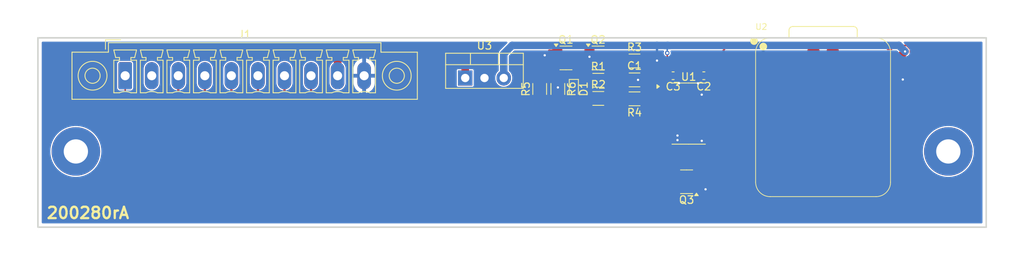
<source format=kicad_pcb>
(kicad_pcb (version 20240108) (generator "pcbnew") (generator_version "8.0")
  (layers (0 "F.Cu" signal) (31 "B.Cu" signal) (34 "B.Paste" user) (35 "F.Paste" user) (36 "B.SilkS" user "B.Silkscreen") (37 "F.SilkS" user "F.Silkscreen") (38 "B.Mask" user) (39 "F.Mask" user) (44 "Edge.Cuts" user))
  (net 0 "")
  (net 19 "Net-(Q2-C)")
  (net 20 "GND")
  (net 21 "Net-(D1-K)")
  (net 22 "Net-(D1-A)")
  (net 23 "/Relay3_")
  (net 24 "/EndStopClosed")
  (net 25 "/Relay2_")
  (net 26 "/EndStopOpen")
  (net 27 "/Return?")
  (net 28 "/WallButton")
  (net 29 "/Obstruction")
  (net 30 "/Relay1_Light")
  (net 31 "/PowerIn")
  (net 32 "Net-(Q1-C)")
  (net 33 "Net-(Q2-B)")
  (net 34 "+5V")
  (net 35 "/ObstructionObserved")
  (net 36 "+3V3")
  (net 37 "/EndStopClosed_3V")
  (net 38 "/Relay2__3V")
  (net 39 "/Relay1_Light_3V")
  (net 40 "/EndStopOpen_3V")
  (net 41 "/Relay3__3V")
  (net 42 "/ObstructionObserved_3V")
  (net 45 "/WallButtonSimulation")
  (footprint "Resistor_SMD:R_1206_3216Metric" (layer "F.Cu") (at 128.8625 80.6)
    (property "Reference" "R1" (at 0 -1.82 360) (layer "F.SilkS"))
    (property "Value" "2K")
    (fp_line (start -0.727064 -0.91) (end 0.727064 -0.91) (stroke (width 0.12)) (layer "F.SilkS"))
    (fp_line (start -0.727064 0.91) (end 0.727064 0.91) (stroke (width 0.12)) (layer "F.SilkS"))
    (pad "1" smd roundrect (at -1.4625 0) (size 1.125 1.75) (layers "F.Cu" "F.Paste" "F.Mask") (roundrect_rratio 0.222222) (net 32 "Net-(Q1-C)"))
    (pad "2" smd roundrect (at 1.4625 0) (size 1.125 1.75) (layers "F.Cu" "F.Paste" "F.Mask") (roundrect_rratio 0.222222) (net 33 "Net-(Q2-B)"))
  )
  (footprint "Connector_Phoenix_MC:PhoenixContact_MCV_1,5_10-GF-3.5_1x10_P3.50mm_Vertical_ThreadedFlange" (layer "F.Cu") (at 66.5 80)
    (property "Reference" "J1" (at 15.75 -5.45 0) (layer "F.SilkS"))
    (property "Value" "ScrewTerms")
    (fp_line (start -7.01 -3.11) (end -7.01 3.11) (stroke (width 0.12)) (layer "F.SilkS"))
    (fp_line (start -7.01 3.11) (end 38.51 3.11) (stroke (width 0.12)) (layer "F.SilkS"))
    (fp_line (start -2.6 -4.75) (end -0.6 -4.75) (stroke (width 0.12)) (layer "F.SilkS"))
    (fp_line (start -2.6 -3.5) (end -2.6 -4.75) (stroke (width 0.12)) (layer "F.SilkS"))
    (fp_line (start -2.21 -4.36) (end -2.21 -3.11) (stroke (width 0.12)) (layer "F.SilkS"))
    (fp_line (start -2.21 -3.11) (end -7.01 -3.11) (stroke (width 0.12)) (layer "F.SilkS"))
    (fp_line (start -1.5 -3.4) (end 1.5 -3.4) (stroke (width 0.12)) (layer "F.SilkS"))
    (fp_line (start -1.5 -2.05) (end -0.75 -2.05) (stroke (width 0.12)) (layer "F.SilkS"))
    (fp_line (start -1.5 2.25) (end -1.5 -2.05) (stroke (width 0.12)) (layer "F.SilkS"))
    (fp_line (start -1.25 -2.4) (end -1.5 -3.4) (stroke (width 0.12)) (layer "F.SilkS"))
    (fp_line (start -0.75 -2.4) (end -1.25 -2.4) (stroke (width 0.12)) (layer "F.SilkS"))
    (fp_line (start -0.75 -2.05) (end -0.75 -2.4) (stroke (width 0.12)) (layer "F.SilkS"))
    (fp_line (start -0.75 2.25) (end -1.5 2.25) (stroke (width 0.12)) (layer "F.SilkS"))
    (fp_line (start 0.75 -2.4) (end 0.75 -2.05) (stroke (width 0.12)) (layer "F.SilkS"))
    (fp_line (start 0.75 -2.05) (end 1.5 -2.05) (stroke (width 0.12)) (layer "F.SilkS"))
    (fp_line (start 1.25 -2.4) (end 0.75 -2.4) (stroke (width 0.12)) (layer "F.SilkS"))
    (fp_line (start 1.5 -3.4) (end 1.25 -2.4) (stroke (width 0.12)) (layer "F.SilkS"))
    (fp_line (start 1.5 -2.05) (end 1.5 2.25) (stroke (width 0.12)) (layer "F.SilkS"))
    (fp_line (start 1.5 2.25) (end 0.75 2.25) (stroke (width 0.12)) (layer "F.SilkS"))
    (fp_line (start 2 -3.4) (end 5 -3.4) (stroke (width 0.12)) (layer "F.SilkS"))
    (fp_line (start 2 -2.05) (end 2.75 -2.05) (stroke (width 0.12)) (layer "F.SilkS"))
    (fp_line (start 2 2.25) (end 2 -2.05) (stroke (width 0.12)) (layer "F.SilkS"))
    (fp_line (start 2.25 -2.4) (end 2 -3.4) (stroke (width 0.12)) (layer "F.SilkS"))
    (fp_line (start 2.75 -2.4) (end 2.25 -2.4) (stroke (width 0.12)) (layer "F.SilkS"))
    (fp_line (start 2.75 -2.05) (end 2.75 -2.4) (stroke (width 0.12)) (layer "F.SilkS"))
    (fp_line (start 2.75 2.25) (end 2 2.25) (stroke (width 0.12)) (layer "F.SilkS"))
    (fp_line (start 4.25 -2.4) (end 4.25 -2.05) (stroke (width 0.12)) (layer "F.SilkS"))
    (fp_line (start 4.25 -2.05) (end 5 -2.05) (stroke (width 0.12)) (layer "F.SilkS"))
    (fp_line (start 4.75 -2.4) (end 4.25 -2.4) (stroke (width 0.12)) (layer "F.SilkS"))
    (fp_line (start 5 -3.4) (end 4.75 -2.4) (stroke (width 0.12)) (layer "F.SilkS"))
    (fp_line (start 5 -2.05) (end 5 2.25) (stroke (width 0.12)) (layer "F.SilkS"))
    (fp_line (start 5 2.25) (end 4.25 2.25) (stroke (width 0.12)) (layer "F.SilkS"))
    (fp_line (start 5.5 -3.4) (end 8.5 -3.4) (stroke (width 0.12)) (layer "F.SilkS"))
    (fp_line (start 5.5 -2.05) (end 6.25 -2.05) (stroke (width 0.12)) (layer "F.SilkS"))
    (fp_line (start 5.5 2.25) (end 5.5 -2.05) (stroke (width 0.12)) (layer "F.SilkS"))
    (fp_line (start 5.75 -2.4) (end 5.5 -3.4) (stroke (width 0.12)) (layer "F.SilkS"))
    (fp_line (start 6.25 -2.4) (end 5.75 -2.4) (stroke (width 0.12)) (layer "F.SilkS"))
    (fp_line (start 6.25 -2.05) (end 6.25 -2.4) (stroke (width 0.12)) (layer "F.SilkS"))
    (fp_line (start 6.25 2.25) (end 5.5 2.25) (stroke (width 0.12)) (layer "F.SilkS"))
    (fp_line (start 7.75 -2.4) (end 7.75 -2.05) (stroke (width 0.12)) (layer "F.SilkS"))
    (fp_line (start 7.75 -2.05) (end 8.5 -2.05) (stroke (width 0.12)) (layer "F.SilkS"))
    (fp_line (start 8.25 -2.4) (end 7.75 -2.4) (stroke (width 0.12)) (layer "F.SilkS"))
    (fp_line (start 8.5 -3.4) (end 8.25 -2.4) (stroke (width 0.12)) (layer "F.SilkS"))
    (fp_line (start 8.5 -2.05) (end 8.5 2.25) (stroke (width 0.12)) (layer "F.SilkS"))
    (fp_line (start 8.5 2.25) (end 7.75 2.25) (stroke (width 0.12)) (layer "F.SilkS"))
    (fp_line (start 9 -3.4) (end 12 -3.4) (stroke (width 0.12)) (layer "F.SilkS"))
    (fp_line (start 9 -2.05) (end 9.75 -2.05) (stroke (width 0.12)) (layer "F.SilkS"))
    (fp_line (start 9 2.25) (end 9 -2.05) (stroke (width 0.12)) (layer "F.SilkS"))
    (fp_line (start 9.25 -2.4) (end 9 -3.4) (stroke (width 0.12)) (layer "F.SilkS"))
    (fp_line (start 9.75 -2.4) (end 9.25 -2.4) (stroke (width 0.12)) (layer "F.SilkS"))
    (fp_line (start 9.75 -2.05) (end 9.75 -2.4) (stroke (width 0.12)) (layer "F.SilkS"))
    (fp_line (start 9.75 2.25) (end 9 2.25) (stroke (width 0.12)) (layer "F.SilkS"))
    (fp_line (start 11.25 -2.4) (end 11.25 -2.05) (stroke (width 0.12)) (layer "F.SilkS"))
    (fp_line (start 11.25 -2.05) (end 12 -2.05) (stroke (width 0.12)) (layer "F.SilkS"))
    (fp_line (start 11.75 -2.4) (end 11.25 -2.4) (stroke (width 0.12)) (layer "F.SilkS"))
    (fp_line (start 12 -3.4) (end 11.75 -2.4) (stroke (width 0.12)) (layer "F.SilkS"))
    (fp_line (start 12 -2.05) (end 12 2.25) (stroke (width 0.12)) (layer "F.SilkS"))
    (fp_line (start 12 2.25) (end 11.25 2.25) (stroke (width 0.12)) (layer "F.SilkS"))
    (fp_line (start 12.5 -3.4) (end 15.5 -3.4) (stroke (width 0.12)) (layer "F.SilkS"))
    (fp_line (start 12.5 -2.05) (end 13.25 -2.05) (stroke (width 0.12)) (layer "F.SilkS"))
    (fp_line (start 12.5 2.25) (end 12.5 -2.05) (stroke (width 0.12)) (layer "F.SilkS"))
    (fp_line (start 12.75 -2.4) (end 12.5 -3.4) (stroke (width 0.12)) (layer "F.SilkS"))
    (fp_line (start 13.25 -2.4) (end 12.75 -2.4) (stroke (width 0.12)) (layer "F.SilkS"))
    (fp_line (start 13.25 -2.05) (end 13.25 -2.4) (stroke (width 0.12)) (layer "F.SilkS"))
    (fp_line (start 13.25 2.25) (end 12.5 2.25) (stroke (width 0.12)) (layer "F.SilkS"))
    (fp_line (start 14.75 -2.4) (end 14.75 -2.05) (stroke (width 0.12)) (layer "F.SilkS"))
    (fp_line (start 14.75 -2.05) (end 15.5 -2.05) (stroke (width 0.12)) (layer "F.SilkS"))
    (fp_line (start 15.25 -2.4) (end 14.75 -2.4) (stroke (width 0.12)) (layer "F.SilkS"))
    (fp_line (start 15.5 -3.4) (end 15.25 -2.4) (stroke (width 0.12)) (layer "F.SilkS"))
    (fp_line (start 15.5 -2.05) (end 15.5 2.25) (stroke (width 0.12)) (layer "F.SilkS"))
    (fp_line (start 15.5 2.25) (end 14.75 2.25) (stroke (width 0.12)) (layer "F.SilkS"))
    (fp_line (start 16 -3.4) (end 19 -3.4) (stroke (width 0.12)) (layer "F.SilkS"))
    (fp_line (start 16 -2.05) (end 16.75 -2.05) (stroke (width 0.12)) (layer "F.SilkS"))
    (fp_line (start 16 2.25) (end 16 -2.05) (stroke (width 0.12)) (layer "F.SilkS"))
    (fp_line (start 16.25 -2.4) (end 16 -3.4) (stroke (width 0.12)) (layer "F.SilkS"))
    (fp_line (start 16.75 -2.4) (end 16.25 -2.4) (stroke (width 0.12)) (layer "F.SilkS"))
    (fp_line (start 16.75 -2.05) (end 16.75 -2.4) (stroke (width 0.12)) (layer "F.SilkS"))
    (fp_line (start 16.75 2.25) (end 16 2.25) (stroke (width 0.12)) (layer "F.SilkS"))
    (fp_line (start 18.25 -2.4) (end 18.25 -2.05) (stroke (width 0.12)) (layer "F.SilkS"))
    (fp_line (start 18.25 -2.05) (end 19 -2.05) (stroke (width 0.12)) (layer "F.SilkS"))
    (fp_line (start 18.75 -2.4) (end 18.25 -2.4) (stroke (width 0.12)) (layer "F.SilkS"))
    (fp_line (start 19 -3.4) (end 18.75 -2.4) (stroke (width 0.12)) (layer "F.SilkS"))
    (fp_line (start 19 -2.05) (end 19 2.25) (stroke (width 0.12)) (layer "F.SilkS"))
    (fp_line (start 19 2.25) (end 18.25 2.25) (stroke (width 0.12)) (layer "F.SilkS"))
    (fp_line (start 19.5 -3.4) (end 22.5 -3.4) (stroke (width 0.12)) (layer "F.SilkS"))
    (fp_line (start 19.5 -2.05) (end 20.25 -2.05) (stroke (width 0.12)) (layer "F.SilkS"))
    (fp_line (start 19.5 2.25) (end 19.5 -2.05) (stroke (width 0.12)) (layer "F.SilkS"))
    (fp_line (start 19.75 -2.4) (end 19.5 -3.4) (stroke (width 0.12)) (layer "F.SilkS"))
    (fp_line (start 20.25 -2.4) (end 19.75 -2.4) (stroke (width 0.12)) (layer "F.SilkS"))
    (fp_line (start 20.25 -2.05) (end 20.25 -2.4) (stroke (width 0.12)) (layer "F.SilkS"))
    (fp_line (start 20.25 2.25) (end 19.5 2.25) (stroke (width 0.12)) (layer "F.SilkS"))
    (fp_line (start 21.75 -2.4) (end 21.75 -2.05) (stroke (width 0.12)) (layer "F.SilkS"))
    (fp_line (start 21.75 -2.05) (end 22.5 -2.05) (stroke (width 0.12)) (layer "F.SilkS"))
    (fp_line (start 22.25 -2.4) (end 21.75 -2.4) (stroke (width 0.12)) (layer "F.SilkS"))
    (fp_line (start 22.5 -3.4) (end 22.25 -2.4) (stroke (width 0.12)) (layer "F.SilkS"))
    (fp_line (start 22.5 -2.05) (end 22.5 2.25) (stroke (width 0.12)) (layer "F.SilkS"))
    (fp_line (start 22.5 2.25) (end 21.75 2.25) (stroke (width 0.12)) (layer "F.SilkS"))
    (fp_line (start 23 -3.4) (end 26 -3.4) (stroke (width 0.12)) (layer "F.SilkS"))
    (fp_line (start 23 -2.05) (end 23.75 -2.05) (stroke (width 0.12)) (layer "F.SilkS"))
    (fp_line (start 23 2.25) (end 23 -2.05) (stroke (width 0.12)) (layer "F.SilkS"))
    (fp_line (start 23.25 -2.4) (end 23 -3.4) (stroke (width 0.12)) (layer "F.SilkS"))
    (fp_line (start 23.75 -2.4) (end 23.25 -2.4) (stroke (width 0.12)) (layer "F.SilkS"))
    (fp_line (start 23.75 -2.05) (end 23.75 -2.4) (stroke (width 0.12)) (layer "F.SilkS"))
    (fp_line (start 23.75 2.25) (end 23 2.25) (stroke (width 0.12)) (layer "F.SilkS"))
    (fp_line (start 25.25 -2.4) (end 25.25 -2.05) (stroke (width 0.12)) (layer "F.SilkS"))
    (fp_line (start 25.25 -2.05) (end 26 -2.05) (stroke (width 0.12)) (layer "F.SilkS"))
    (fp_line (start 25.75 -2.4) (end 25.25 -2.4) (stroke (width 0.12)) (layer "F.SilkS"))
    (fp_line (start 26 -3.4) (end 25.75 -2.4) (stroke (width 0.12)) (layer "F.SilkS"))
    (fp_line (start 26 -2.05) (end 26 2.25) (stroke (width 0.12)) (layer "F.SilkS"))
    (fp_line (start 26 2.25) (end 25.25 2.25) (stroke (width 0.12)) (layer "F.SilkS"))
    (fp_line (start 26.5 -3.4) (end 29.5 -3.4) (stroke (width 0.12)) (layer "F.SilkS"))
    (fp_line (start 26.5 -2.05) (end 27.25 -2.05) (stroke (width 0.12)) (layer "F.SilkS"))
    (fp_line (start 26.5 2.25) (end 26.5 -2.05) (stroke (width 0.12)) (layer "F.SilkS"))
    (fp_line (start 26.75 -2.4) (end 26.5 -3.4) (stroke (width 0.12)) (layer "F.SilkS"))
    (fp_line (start 27.25 -2.4) (end 26.75 -2.4) (stroke (width 0.12)) (layer "F.SilkS"))
    (fp_line (start 27.25 -2.05) (end 27.25 -2.4) (stroke (width 0.12)) (layer "F.SilkS"))
    (fp_line (start 27.25 2.25) (end 26.5 2.25) (stroke (width 0.12)) (layer "F.SilkS"))
    (fp_line (start 28.75 -2.4) (end 28.75 -2.05) (stroke (width 0.12)) (layer "F.SilkS"))
    (fp_line (start 28.75 -2.05) (end 29.5 -2.05) (stroke (width 0.12)) (layer "F.SilkS"))
    (fp_line (start 29.25 -2.4) (end 28.75 -2.4) (stroke (width 0.12)) (layer "F.SilkS"))
    (fp_line (start 29.5 -3.4) (end 29.25 -2.4) (stroke (width 0.12)) (layer "F.SilkS"))
    (fp_line (start 29.5 -2.05) (end 29.5 2.25) (stroke (width 0.12)) (layer "F.SilkS"))
    (fp_line (start 29.5 2.25) (end 28.75 2.25) (stroke (width 0.12)) (layer "F.SilkS"))
    (fp_line (start 30 -3.4) (end 33 -3.4) (stroke (width 0.12)) (layer "F.SilkS"))
    (fp_line (start 30 -2.05) (end 30.75 -2.05) (stroke (width 0.12)) (layer "F.SilkS"))
    (fp_line (start 30 2.25) (end 30 -2.05) (stroke (width 0.12)) (layer "F.SilkS"))
    (fp_line (start 30.25 -2.4) (end 30 -3.4) (stroke (width 0.12)) (layer "F.SilkS"))
    (fp_line (start 30.75 -2.4) (end 30.25 -2.4) (stroke (width 0.12)) (layer "F.SilkS"))
    (fp_line (start 30.75 -2.05) (end 30.75 -2.4) (stroke (width 0.12)) (layer "F.SilkS"))
    (fp_line (start 30.75 2.25) (end 30 2.25) (stroke (width 0.12)) (layer "F.SilkS"))
    (fp_line (start 32.25 -2.4) (end 32.25 -2.05) (stroke (width 0.12)) (layer "F.SilkS"))
    (fp_line (start 32.25 -2.05) (end 33 -2.05) (stroke (width 0.12)) (layer "F.SilkS"))
    (fp_line (start 32.75 -2.4) (end 32.25 -2.4) (stroke (width 0.12)) (layer "F.SilkS"))
    (fp_line (start 33 -3.4) (end 32.75 -2.4) (stroke (width 0.12)) (layer "F.SilkS"))
    (fp_line (start 33 -2.05) (end 33 2.25) (stroke (width 0.12)) (layer "F.SilkS"))
    (fp_line (start 33 2.25) (end 32.25 2.25) (stroke (width 0.12)) (layer "F.SilkS"))
    (fp_line (start 33.71 -4.36) (end -2.21 -4.36) (stroke (width 0.12)) (layer "F.SilkS"))
    (fp_line (start 33.71 -3.11) (end 33.71 -4.36) (stroke (width 0.12)) (layer "F.SilkS"))
    (fp_line (start 38.51 -3.11) (end 33.71 -3.11) (stroke (width 0.12)) (layer "F.SilkS"))
    (fp_line (start 38.51 3.11) (end 38.51 -3.11) (stroke (width 0.12)) (layer "F.SilkS"))
    (fp_arc (start -0.75 2.25) (mid -0.000193 2.09191) (end 0.749647 2.249844) (stroke (width 0.12)) (layer "F.SilkS"))
    (fp_arc (start 2.75 2.25) (mid 3.499807 2.09191) (end 4.249647 2.249844) (stroke (width 0.12)) (layer "F.SilkS"))
    (fp_arc (start 6.25 2.25) (mid 6.999807 2.09191) (end 7.749647 2.249844) (stroke (width 0.12)) (layer "F.SilkS"))
    (fp_arc (start 9.75 2.25) (mid 10.499807 2.09191) (end 11.249647 2.249844) (stroke (width 0.12)) (layer "F.SilkS"))
    (fp_arc (start 13.25 2.25) (mid 13.999807 2.09191) (end 14.749647 2.249844) (stroke (width 0.12)) (layer "F.SilkS"))
    (fp_arc (start 16.75 2.25) (mid 17.499807 2.09191) (end 18.249647 2.249844) (stroke (width 0.12)) (layer "F.SilkS"))
    (fp_arc (start 20.25 2.25) (mid 20.999807 2.09191) (end 21.749647 2.249844) (stroke (width 0.12)) (layer "F.SilkS"))
    (fp_arc (start 23.75 2.25) (mid 24.499807 2.09191) (end 25.249647 2.249844) (stroke (width 0.12)) (layer "F.SilkS"))
    (fp_arc (start 27.25 2.25) (mid 27.999807 2.09191) (end 28.749647 2.249844) (stroke (width 0.12)) (layer "F.SilkS"))
    (fp_arc (start 30.75 2.25) (mid 31.499807 2.09191) (end 32.249647 2.249844) (stroke (width 0.12)) (layer "F.SilkS"))
    (fp_circle (center -4.3 0) (end -3.3 0) (stroke (width 0.12)) (fill none) (layer "F.SilkS"))
    (fp_circle (center -4.3 0) (end -2.4 0) (stroke (width 0.12)) (fill none) (layer "F.SilkS"))
    (fp_circle (center 35.8 0) (end 36.8 0) (stroke (width 0.12)) (fill none) (layer "F.SilkS"))
    (fp_circle (center 35.8 0) (end 37.7 0) (stroke (width 0.12)) (fill none) (layer "F.SilkS"))
    (pad "1" thru_hole roundrect (at 0 0) (size 1.8 3.6) (drill 1.2) (layers "*.Cu" "*.Mask") (roundrect_rratio 0.138889) (net 28 "/WallButton"))
    (pad "2" thru_hole oval (at 3.5 0) (size 1.8 3.6) (drill 1.2) (layers "*.Cu" "*.Mask") (net 27 "/Return?"))
    (pad "3" thru_hole oval (at 7 0) (size 1.8 3.6) (drill 1.2) (layers "*.Cu" "*.Mask") (net 23 "/Relay3_"))
    (pad "4" thru_hole oval (at 10.5 0) (size 1.8 3.6) (drill 1.2) (layers "*.Cu" "*.Mask") (net 25 "/Relay2_"))
    (pad "5" thru_hole oval (at 14 0) (size 1.8 3.6) (drill 1.2) (layers "*.Cu" "*.Mask") (net 30 "/Relay1_Light"))
    (pad "6" thru_hole oval (at 17.5 0) (size 1.8 3.6) (drill 1.2) (layers "*.Cu" "*.Mask") (net 24 "/EndStopClosed"))
    (pad "7" thru_hole oval (at 21 0) (size 1.8 3.6) (drill 1.2) (layers "*.Cu" "*.Mask") (net 26 "/EndStopOpen"))
    (pad "8" thru_hole oval (at 24.5 0) (size 1.8 3.6) (drill 1.2) (layers "*.Cu" "*.Mask") (net 29 "/Obstruction"))
    (pad "9" thru_hole oval (at 28 0) (size 1.8 3.6) (drill 1.2) (layers "*.Cu" "*.Mask") (net 31 "/PowerIn"))
    (pad "10" thru_hole oval (at 31.5 0) (size 1.8 3.6) (drill 1.2) (layers "*.Cu" "*.Mask") (net 20 "GND"))
  )
  (footprint "Package_SO:TSSOP-24_4.4x7.8mm_P0.65mm" (layer "F.Cu") (at 140.775 85)
    (property "Reference" "U1" (at 0 -4.85 360) (layer "F.SilkS"))
    (property "Value" "SN74AVC8T245PW")
    (fp_line (start 0 -4.035) (end -2.2 -4.035) (stroke (width 0.12)) (layer "F.SilkS"))
    (fp_line (start 0 -4.035) (end 2.2 -4.035) (stroke (width 0.12)) (layer "F.SilkS"))
    (fp_line (start 0 4.035) (end -2.2 4.035) (stroke (width 0.12)) (layer "F.SilkS"))
    (fp_line (start 0 4.035) (end 2.2 4.035) (stroke (width 0.12)) (layer "F.SilkS"))
    (fp_poly (pts (xy -3.86 -3.575) (xy -4.19 -3.815) (xy -4.19 -3.335) (xy -3.86 -3.575)) (stroke (width 0.12)) (fill solid) (layer "F.SilkS"))
    (pad "1" smd roundrect (at -2.8625 -3.575) (size 1.475 0.4) (layers "F.Cu" "F.Paste" "F.Mask") (net 34 "+5V"))
    (pad "2" smd roundrect (at -2.8625 -2.925) (size 1.475 0.4) (layers "F.Cu" "F.Paste" "F.Mask") (net 34 "+5V"))
    (pad "3" smd roundrect (at -2.8625 -2.275) (size 1.475 0.4) (layers "F.Cu" "F.Paste" "F.Mask") (net 35 "/ObstructionObserved"))
    (pad "4" smd roundrect (at -2.8625 -1.625) (size 1.475 0.4) (layers "F.Cu" "F.Paste" "F.Mask") (net 26 "/EndStopOpen"))
    (pad "5" smd roundrect (at -2.8625 -0.975) (size 1.475 0.4) (layers "F.Cu" "F.Paste" "F.Mask") (net 24 "/EndStopClosed"))
    (pad "6" smd roundrect (at -2.8625 -0.325) (size 1.475 0.4) (layers "F.Cu" "F.Paste" "F.Mask") (net 30 "/Relay1_Light"))
    (pad "7" smd roundrect (at -2.8625 0.325) (size 1.475 0.4) (layers "F.Cu" "F.Paste" "F.Mask") (net 25 "/Relay2_"))
    (pad "8" smd roundrect (at -2.8625 0.975) (size 1.475 0.4) (layers "F.Cu" "F.Paste" "F.Mask") (net 23 "/Relay3_"))
    (pad "9" smd roundrect (at -2.8625 1.625) (size 1.475 0.4) (layers "F.Cu" "F.Paste" "F.Mask"))
    (pad "10" smd roundrect (at -2.8625 2.275) (size 1.475 0.4) (layers "F.Cu" "F.Paste" "F.Mask"))
    (pad "11" smd roundrect (at -2.8625 2.925) (size 1.475 0.4) (layers "F.Cu" "F.Paste" "F.Mask") (net 20 "GND"))
    (pad "12" smd roundrect (at -2.8625 3.575) (size 1.475 0.4) (layers "F.Cu" "F.Paste" "F.Mask") (net 20 "GND"))
    (pad "13" smd roundrect (at 2.8625 3.575) (size 1.475 0.4) (layers "F.Cu" "F.Paste" "F.Mask") (net 20 "GND"))
    (pad "14" smd roundrect (at 2.8625 2.925) (size 1.475 0.4) (layers "F.Cu" "F.Paste" "F.Mask"))
    (pad "15" smd roundrect (at 2.8625 2.275) (size 1.475 0.4) (layers "F.Cu" "F.Paste" "F.Mask"))
    (pad "16" smd roundrect (at 2.8625 1.625) (size 1.475 0.4) (layers "F.Cu" "F.Paste" "F.Mask") (net 41 "/Relay3__3V"))
    (pad "17" smd roundrect (at 2.8625 0.975) (size 1.475 0.4) (layers "F.Cu" "F.Paste" "F.Mask") (net 38 "/Relay2__3V"))
    (pad "18" smd roundrect (at 2.8625 0.325) (size 1.475 0.4) (layers "F.Cu" "F.Paste" "F.Mask") (net 39 "/Relay1_Light_3V"))
    (pad "19" smd roundrect (at 2.8625 -0.325) (size 1.475 0.4) (layers "F.Cu" "F.Paste" "F.Mask") (net 37 "/EndStopClosed_3V"))
    (pad "20" smd roundrect (at 2.8625 -0.975) (size 1.475 0.4) (layers "F.Cu" "F.Paste" "F.Mask") (net 40 "/EndStopOpen_3V"))
    (pad "21" smd roundrect (at 2.8625 -1.625) (size 1.475 0.4) (layers "F.Cu" "F.Paste" "F.Mask") (net 42 "/ObstructionObserved_3V"))
    (pad "22" smd roundrect (at 2.8625 -2.275) (size 1.475 0.4) (layers "F.Cu" "F.Paste" "F.Mask") (net 20 "GND"))
    (pad "23" smd roundrect (at 2.8625 -2.925) (size 1.475 0.4) (layers "F.Cu" "F.Paste" "F.Mask") (net 36 "+3V3"))
    (pad "24" smd roundrect (at 2.8625 -3.575) (size 1.475 0.4) (layers "F.Cu" "F.Paste" "F.Mask") (net 36 "+3V3"))
  )
  (footprint "Resistor_SMD:R_1206_3216Metric" (layer "F.Cu") (at 121.1375 81.75 90)
    (property "Reference" "R5" (at 0 -1.82 270) (layer "F.SilkS"))
    (property "Value" "10K")
    (fp_line (start -0.727064 -0.91) (end 0.727064 -0.91) (stroke (width 0.12)) (layer "F.SilkS"))
    (fp_line (start -0.727064 0.91) (end 0.727064 0.91) (stroke (width 0.12)) (layer "F.SilkS"))
    (pad "1" smd roundrect (at -1.4625 0 90) (size 1.125 1.75) (layers "F.Cu" "F.Paste" "F.Mask") (roundrect_rratio 0.222222) (net 22 "Net-(D1-A)"))
    (pad "2" smd roundrect (at 1.4625 0 90) (size 1.125 1.75) (layers "F.Cu" "F.Paste" "F.Mask") (roundrect_rratio 0.222222) (net 29 "/Obstruction"))
  )
  (footprint "Capacitor_SMD:C_1206_3216Metric" (layer "F.Cu") (at 133.6375 80.55)
    (property "Reference" "C1" (at 0 -1.85 360) (layer "F.SilkS"))
    (property "Value" "1uF")
    (fp_line (start -0.711252 -0.91) (end 0.711252 -0.91) (stroke (width 0.12)) (layer "F.SilkS"))
    (fp_line (start -0.711252 0.91) (end 0.711252 0.91) (stroke (width 0.12)) (layer "F.SilkS"))
    (pad "1" smd roundrect (at -1.475 0) (size 1.15 1.8) (layers "F.Cu" "F.Paste" "F.Mask") (roundrect_rratio 0.217391) (net 19 "Net-(Q2-C)"))
    (pad "2" smd roundrect (at 1.475 0) (size 1.15 1.8) (layers "F.Cu" "F.Paste" "F.Mask") (roundrect_rratio 0.217391) (net 20 "GND"))
  )
  (footprint "Resistor_SMD:R_1206_3216Metric" (layer "F.Cu") (at 133.6375 83.05 180)
    (property "Reference" "R4" (at 0 -1.82 180) (layer "F.SilkS"))
    (property "Value" "680R")
    (fp_line (start -0.727064 0.91) (end 0.727064 0.91) (stroke (width 0.12)) (layer "F.SilkS"))
    (fp_line (start -0.727064 -0.91) (end 0.727064 -0.91) (stroke (width 0.12)) (layer "F.SilkS"))
    (pad "1" smd roundrect (at -1.4625 0 180) (size 1.125 1.75) (layers "F.Cu" "F.Paste" "F.Mask") (roundrect_rratio 0.222222) (net 35 "/ObstructionObserved"))
    (pad "2" smd roundrect (at 1.4625 0 180) (size 1.125 1.75) (layers "F.Cu" "F.Paste" "F.Mask") (roundrect_rratio 0.222222) (net 19 "Net-(Q2-C)"))
  )
  (footprint "Capacitor_SMD:C_0603_1608Metric" (layer "F.Cu") (at 142.775 80 180)
    (property "Reference" "C2" (at 0 -1.43 180) (layer "F.SilkS"))
    (property "Value" "100nF")
    (fp_line (start -0.14058 0.51) (end 0.14058 0.51) (stroke (width 0.12)) (layer "F.SilkS"))
    (fp_line (start -0.14058 -0.51) (end 0.14058 -0.51) (stroke (width 0.12)) (layer "F.SilkS"))
    (pad "1" smd roundrect (at -0.775 0 180) (size 0.9 0.95) (layers "F.Cu" "F.Paste" "F.Mask") (net 36 "+3V3"))
    (pad "2" smd roundrect (at 0.775 0 180) (size 0.9 0.95) (layers "F.Cu" "F.Paste" "F.Mask") (net 20 "GND"))
  )
  (footprint "MountingHole:MountingHole_3.2mm_M3_Pad" (layer "F.Cu") (at 60 90)
    (property "Reference" "H1" (hide yes))
    (property "Value" "MountingHole_Pad" (hide yes))
    (pad "1" thru_hole circle (at 0 0) (size 6.4 6.4) (drill 3.2) (layers "*.Cu" "*.Mask"))
  )
  (footprint "Seeed Studio XIAO Series Library:XIAO-ESP32S3-SMD" (layer "F.Cu") (at 158.5 85.5)
    (property "Reference" "U2" (at -9 -11.5 360) (layer "F.SilkS") (effects (font (size 0.78232 0.78232) (thickness 0.10668)) (justify left bottom)))
    (property "Value" "XIAO-ESP32-S3-SMD")
    (fp_line (start -8.896364 8.56) (end -8.896364 -8.585) (stroke (width 0.1)) (layer "F.SilkS"))
    (fp_line (start -6.991364 10.465) (end 6.978636 10.465) (stroke (width 0.1)) (layer "F.SilkS"))
    (fp_line (start -4.501364 -10.49) (end -4.497636 -11.500272) (stroke (width 0.127)) (layer "F.SilkS"))
    (fp_line (start -3.997636 -12) (end 3.997636 -12) (stroke (width 0.127)) (layer "F.SilkS"))
    (fp_line (start 4.497636 -11.5) (end 4.497636 -10.49) (stroke (width 0.127)) (layer "F.SilkS"))
    (fp_line (start 6.978636 -10.49) (end -6.991364 -10.49) (stroke (width 0.1)) (layer "F.SilkS"))
    (fp_line (start 8.883636 8.56) (end 8.883636 -8.585) (stroke (width 0.1)) (layer "F.SilkS"))
    (fp_arc (start -8.896364 -8.589) (mid -8.338402 -9.936038) (end -6.991364 -10.494) (stroke (width 0.1)) (layer "F.SilkS"))
    (fp_arc (start -6.991364 10.465) (mid -8.338402 9.907038) (end -8.896364 8.56) (stroke (width 0.1)) (layer "F.SilkS"))
    (fp_arc (start -4.497636 -11.500272) (mid -4.351088 -11.853644) (end -3.997636 -12) (stroke (width 0.127)) (layer "F.SilkS"))
    (fp_arc (start 3.997636 -12) (mid 4.351186 -11.853551) (end 4.497636 -11.5) (stroke (width 0.127)) (layer "F.SilkS"))
    (fp_arc (start 6.978636 -10.49) (mid 8.325671 -9.932036) (end 8.883636 -8.585) (stroke (width 0.1)) (layer "F.SilkS"))
    (fp_arc (start 8.883636 8.56) (mid 8.325675 9.907041) (end 6.978636 10.465) (stroke (width 0.1)) (layer "F.SilkS"))
    (fp_circle (center -9.106364 -10.074) (end -9.106364 -10.328) (stroke (width 0.5)) (fill solid) (layer "F.SilkS"))
    (fp_circle (center -7.889364 -9.351) (end -7.889364 -9.605) (stroke (width 0.5)) (fill solid) (layer "F.SilkS"))
    (pad "1" smd roundrect (at -8.061364 -7.573) (size 2.75 2) (layers "F.Cu" "F.Paste" "F.Mask") (net 42 "/ObstructionObserved_3V"))
    (pad "2" smd roundrect (at -8.061364 -5.033) (size 2.75 2) (layers "F.Cu" "F.Paste" "F.Mask") (net 40 "/EndStopOpen_3V"))
    (pad "3" smd roundrect (at -8.061364 -2.493) (size 2.75 2) (layers "F.Cu" "F.Paste" "F.Mask") (net 37 "/EndStopClosed_3V"))
    (pad "4" smd roundrect (at -8.061364 0.047) (size 2.75 2) (layers "F.Cu" "F.Paste" "F.Mask") (net 39 "/Relay1_Light_3V"))
    (pad "5" smd roundrect (at -8.061364 2.587) (size 2.75 2) (layers "F.Cu" "F.Paste" "F.Mask") (net 38 "/Relay2__3V"))
    (pad "6" smd roundrect (at -8.061364 5.127) (size 2.75 2) (layers "F.Cu" "F.Paste" "F.Mask") (net 41 "/Relay3__3V"))
    (pad "7" smd roundrect (at -8.061364 7.667) (size 2.75 2) (layers "F.Cu" "F.Paste" "F.Mask") (net 45 "/WallButtonSimulation"))
    (pad "8" smd roundrect (at 8.103636 7.667) (size 2.75 2) (layers "F.Cu" "F.Paste" "F.Mask"))
    (pad "9" smd roundrect (at 8.103636 5.127) (size 2.75 2) (layers "F.Cu" "F.Paste" "F.Mask"))
    (pad "10" smd roundrect (at 8.103636 2.587) (size 2.75 2) (layers "F.Cu" "F.Paste" "F.Mask"))
    (pad "11" smd roundrect (at 8.103636 0.047) (size 2.75 2) (layers "F.Cu" "F.Paste" "F.Mask"))
    (pad "12" smd roundrect (at 8.103636 -2.493) (size 2.75 2) (layers "F.Cu" "F.Paste" "F.Mask") (net 36 "+3V3"))
    (pad "13" smd roundrect (at 8.103636 -5.033) (size 2.75 2) (layers "F.Cu" "F.Paste" "F.Mask") (net 20 "GND"))
    (pad "14" smd roundrect (at 8.103636 -7.573) (size 2.75 2) (layers "F.Cu" "F.Paste" "F.Mask") (net 34 "+5V"))
    (pad "15" smd roundrect (at -4.451364 -0.335 180) (size 2.5 1.1) (layers "F.Cu" "F.Paste" "F.Mask"))
    (pad "16" smd roundrect (at -4.451364 -2.24 180) (size 2.5 1.1) (layers "F.Cu" "F.Paste" "F.Mask"))
    (pad "17" smd circle (at -1.276364 -8.585) (size 1.7 1.7) (layers "F.Cu" "F.Paste" "F.Mask"))
    (pad "18" smd circle (at 1.263636 -8.585) (size 1.7 1.7) (layers "F.Cu" "F.Paste" "F.Mask"))
    (pad "19" smd circle (at -1.276364 -6.045) (size 1.7 1.7) (layers "F.Cu" "F.Paste" "F.Mask"))
    (pad "20" smd circle (at 1.263636 -6.045) (size 1.7 1.7) (layers "F.Cu" "F.Paste" "F.Mask"))
    (pad "21" smd circle (at -1.276364 -3.505) (size 1.7 1.7) (layers "F.Cu" "F.Paste" "F.Mask"))
    (pad "22" smd circle (at 1.263636 -3.505) (size 1.7 1.7) (layers "F.Cu" "F.Paste" "F.Mask"))
    (pad "23" smd circle (at -1.276364 -0.965) (size 1.7 1.7) (layers "F.Cu" "F.Paste" "F.Mask"))
    (pad "24" smd circle (at 1.263636 -0.965) (size 1.7 1.7) (layers "F.Cu" "F.Paste" "F.Mask"))
  )
  (footprint "Resistor_SMD:R_1206_3216Metric" (layer "F.Cu") (at 133.6375 78.05)
    (property "Reference" "R3" (at 0 -1.82 360) (layer "F.SilkS"))
    (property "Value" "100K")
    (fp_line (start -0.727064 -0.91) (end 0.727064 -0.91) (stroke (width 0.12)) (layer "F.SilkS"))
    (fp_line (start -0.727064 0.91) (end 0.727064 0.91) (stroke (width 0.12)) (layer "F.SilkS"))
    (pad "1" smd roundrect (at -1.4625 0) (size 1.125 1.75) (layers "F.Cu" "F.Paste" "F.Mask") (roundrect_rratio 0.222222) (net 19 "Net-(Q2-C)"))
    (pad "2" smd roundrect (at 1.4625 0) (size 1.125 1.75) (layers "F.Cu" "F.Paste" "F.Mask") (roundrect_rratio 0.222222) (net 34 "+5V"))
  )
  (footprint "Capacitor_SMD:C_0603_1608Metric" (layer "F.Cu") (at 138.725 80 180)
    (property "Reference" "C3" (at 0 -1.43 180) (layer "F.SilkS"))
    (property "Value" "100nF")
    (fp_line (start -0.14058 0.51) (end 0.14058 0.51) (stroke (width 0.12)) (layer "F.SilkS"))
    (fp_line (start -0.14058 -0.51) (end 0.14058 -0.51) (stroke (width 0.12)) (layer "F.SilkS"))
    (pad "1" smd roundrect (at -0.775 0 180) (size 0.9 0.95) (layers "F.Cu" "F.Paste" "F.Mask") (net 20 "GND"))
    (pad "2" smd roundrect (at 0.775 0 180) (size 0.9 0.95) (layers "F.Cu" "F.Paste" "F.Mask") (net 34 "+5V"))
  )
  (footprint "Diode_SMD:D_SOD-523" (layer "F.Cu") (at 125.6375 81.75 -90)
    (property "Reference" "D1" (at 0 -1.3 90) (layer "F.SilkS"))
    (property "Value" "1N4148")
    (fp_line (start 0.7 0.6) (end -1.26 0.6) (stroke (width 0.12)) (layer "F.SilkS"))
    (fp_line (start -1.26 -0.6) (end -1.26 0.6) (stroke (width 0.12)) (layer "F.SilkS"))
    (fp_line (start 0.7 -0.6) (end -1.26 -0.6) (stroke (width 0.12)) (layer "F.SilkS"))
    (pad "1" smd roundrect (at -0.7 0 90) (size 0.6 0.7) (layers "F.Cu" "F.Paste" "F.Mask") (net 21 "Net-(D1-K)"))
    (pad "2" smd roundrect (at 0.7 0 90) (size 0.6 0.7) (layers "F.Cu" "F.Paste" "F.Mask") (net 22 "Net-(D1-A)"))
  )
  (footprint "Package_TO_SOT_SMD:SOT-23-3" (layer "F.Cu") (at 124.6 77.65)
    (property "Reference" "Q1" (at 0 -2.4 0) (layer "F.SilkS"))
    (property "Value" "2N3904")
    (fp_line (start 0 -1.56) (end -0.8 -1.56) (stroke (width 0.12)) (layer "F.SilkS"))
    (fp_line (start 0 -1.56) (end 0.8 -1.56) (stroke (width 0.12)) (layer "F.SilkS"))
    (fp_line (start 0 1.56) (end -0.8 1.56) (stroke (width 0.12)) (layer "F.SilkS"))
    (fp_line (start 0 1.56) (end 0.8 1.56) (stroke (width 0.12)) (layer "F.SilkS"))
    (fp_poly (pts (xy -1.3 -1.51) (xy -1.54 -1.84) (xy -1.06 -1.84) (xy -1.3 -1.51)) (stroke (width 0.12)) (fill solid) (layer "F.SilkS"))
    (pad "1" smd roundrect (at -1.1375 -0.95) (size 1.325 0.6) (layers "F.Cu" "F.Paste" "F.Mask") (net 20 "GND"))
    (pad "2" smd roundrect (at -1.1375 0.95) (size 1.325 0.6) (layers "F.Cu" "F.Paste" "F.Mask") (net 21 "Net-(D1-K)"))
    (pad "3" smd roundrect (at 1.1375 0) (size 1.325 0.6) (layers "F.Cu" "F.Paste" "F.Mask") (net 32 "Net-(Q1-C)"))
  )
  (footprint "Resistor_SMD:R_1206_3216Metric" (layer "F.Cu") (at 128.8625 83)
    (property "Reference" "R2" (at 0 -1.82 360) (layer "F.SilkS"))
    (property "Value" "20K")
    (fp_line (start -0.727064 -0.91) (end 0.727064 -0.91) (stroke (width 0.12)) (layer "F.SilkS"))
    (fp_line (start -0.727064 0.91) (end 0.727064 0.91) (stroke (width 0.12)) (layer "F.SilkS"))
    (pad "1" smd roundrect (at -1.4625 0) (size 1.125 1.75) (layers "F.Cu" "F.Paste" "F.Mask") (roundrect_rratio 0.222222) (net 32 "Net-(Q1-C)"))
    (pad "2" smd roundrect (at 1.4625 0) (size 1.125 1.75) (layers "F.Cu" "F.Paste" "F.Mask") (roundrect_rratio 0.222222) (net 34 "+5V"))
  )
  (footprint "Package_TO_SOT_SMD:SOT-23-3" (layer "F.Cu") (at 140.5 94 180)
    (property "Reference" "Q3" (at 0 -2.4 180) (layer "F.SilkS"))
    (property "Value" "2N3904")
    (fp_line (start 0 1.56) (end 0.8 1.56) (stroke (width 0.12)) (layer "F.SilkS"))
    (fp_line (start 0 1.56) (end -0.8 1.56) (stroke (width 0.12)) (layer "F.SilkS"))
    (fp_line (start 0 -1.56) (end 0.8 -1.56) (stroke (width 0.12)) (layer "F.SilkS"))
    (fp_line (start 0 -1.56) (end -0.8 -1.56) (stroke (width 0.12)) (layer "F.SilkS"))
    (fp_poly (pts (xy -1.3 -1.51) (xy -1.54 -1.84) (xy -1.06 -1.84) (xy -1.3 -1.51)) (stroke (width 0.12)) (fill solid) (layer "F.SilkS"))
    (pad "1" smd roundrect (at -1.1375 -0.95 180) (size 1.325 0.6) (layers "F.Cu" "F.Paste" "F.Mask") (net 20 "GND"))
    (pad "2" smd roundrect (at -1.1375 0.95 180) (size 1.325 0.6) (layers "F.Cu" "F.Paste" "F.Mask") (net 45 "/WallButtonSimulation"))
    (pad "3" smd roundrect (at 1.1375 0 180) (size 1.325 0.6) (layers "F.Cu" "F.Paste" "F.Mask") (net 28 "/WallButton"))
  )
  (footprint "Package_TO_SOT_THT:TO-220-3_Vertical" (layer "F.Cu") (at 111.32 80.3)
    (property "Reference" "U3" (at 2.54 -4.27 360) (layer "F.SilkS"))
    (property "Value" "OKI-78SR-5/1.5-W36-C")
    (fp_line (start -2.58 -3.27) (end -2.58 1.371) (stroke (width 0.12)) (layer "F.SilkS"))
    (fp_line (start -2.58 -3.27) (end 7.66 -3.27) (stroke (width 0.12)) (layer "F.SilkS"))
    (fp_line (start -2.58 -1.76) (end 7.66 -1.76) (stroke (width 0.12)) (layer "F.SilkS"))
    (fp_line (start -2.58 1.371) (end 7.66 1.371) (stroke (width 0.12)) (layer "F.SilkS"))
    (fp_line (start 0.69 -3.27) (end 0.69 -1.76) (stroke (width 0.12)) (layer "F.SilkS"))
    (fp_line (start 4.391 -3.27) (end 4.391 -1.76) (stroke (width 0.12)) (layer "F.SilkS"))
    (fp_line (start 7.66 -3.27) (end 7.66 1.371) (stroke (width 0.12)) (layer "F.SilkS"))
    (pad "1" thru_hole rect (at 0 0) (size 1.905 2) (drill 1.1) (layers "*.Cu" "*.Mask") (net 31 "/PowerIn"))
    (pad "2" thru_hole oval (at 2.54 0) (size 1.905 2) (drill 1.1) (layers "*.Cu" "*.Mask") (net 20 "GND"))
    (pad "3" thru_hole oval (at 5.08 0) (size 1.905 2) (drill 1.1) (layers "*.Cu" "*.Mask") (net 34 "+5V"))
  )
  (footprint "Resistor_SMD:R_1206_3216Metric" (layer "F.Cu") (at 123.5275 81.75 -90)
    (property "Reference" "R6" (at 0 -1.82 90) (layer "F.SilkS"))
    (property "Value" "1K")
    (fp_line (start -0.727064 0.91) (end 0.727064 0.91) (stroke (width 0.12)) (layer "F.SilkS"))
    (fp_line (start -0.727064 -0.91) (end 0.727064 -0.91) (stroke (width 0.12)) (layer "F.SilkS"))
    (pad "1" smd roundrect (at -1.4625 0 270) (size 1.125 1.75) (layers "F.Cu" "F.Paste" "F.Mask") (roundrect_rratio 0.222222) (net 20 "GND"))
    (pad "2" smd roundrect (at 1.4625 0 270) (size 1.125 1.75) (layers "F.Cu" "F.Paste" "F.Mask") (roundrect_rratio 0.222222) (net 22 "Net-(D1-A)"))
  )
  (footprint "MountingHole:MountingHole_3.2mm_M3_Pad" (layer "F.Cu") (at 175 90)
    (property "Reference" "H4" (hide yes))
    (property "Value" "MountingHole_Pad" (hide yes))
    (pad "1" thru_hole circle (at 0 0) (size 6.4 6.4) (drill 3.2) (layers "*.Cu" "*.Mask"))
  )
  (footprint "Package_TO_SOT_SMD:SOT-23-3" (layer "F.Cu") (at 128.8375 77.65)
    (property "Reference" "Q2" (at 0 -2.4 0) (layer "F.SilkS"))
    (property "Value" "2N3904")
    (fp_line (start 0 -1.56) (end -0.8 -1.56) (stroke (width 0.12)) (layer "F.SilkS"))
    (fp_line (start 0 -1.56) (end 0.8 -1.56) (stroke (width 0.12)) (layer "F.SilkS"))
    (fp_line (start 0 1.56) (end -0.8 1.56) (stroke (width 0.12)) (layer "F.SilkS"))
    (fp_line (start 0 1.56) (end 0.8 1.56) (stroke (width 0.12)) (layer "F.SilkS"))
    (fp_poly (pts (xy -1.3 -1.51) (xy -1.54 -1.84) (xy -1.06 -1.84) (xy -1.3 -1.51)) (stroke (width 0.12)) (fill solid) (layer "F.SilkS"))
    (pad "1" smd roundrect (at -1.1375 -0.95) (size 1.325 0.6) (layers "F.Cu" "F.Paste" "F.Mask") (net 20 "GND"))
    (pad "2" smd roundrect (at -1.1375 0.95) (size 1.325 0.6) (layers "F.Cu" "F.Paste" "F.Mask") (net 33 "Net-(Q2-B)"))
    (pad "3" smd roundrect (at 1.1375 0) (size 1.325 0.6) (layers "F.Cu" "F.Paste" "F.Mask") (net 19 "Net-(Q2-C)"))
  )
  (gr_rect (start 55 75) (end 180 100) (stroke (width 0.2)) (fill none) (layer "Edge.Cuts"))
  (gr_text "200280rA" (at 56 99 0) (layer "F.SilkS") (effects (font (size 1.5 1.5) (thickness 0.3) (bold yes)) (justify left bottom)))
  (segment (start 129.975 77.65) (end 130.85 77.65) (width 0.3) (layer "F.Cu") (net 19))
  (segment (start 130.85 77.65) (end 131.2 78) (width 0.3) (layer "F.Cu") (net 19))
  (segment (start 132.175 83.05) (end 132.175 80.5625) (width 0.3) (layer "F.Cu") (net 19))
  (segment (start 132.1625 80.55) (end 132.1625 78.0625) (width 0.3) (layer "F.Cu") (net 19))
  (segment (start 132.175 80.5625) (end 132.1625 80.55) (width 0.3) (layer "F.Cu") (net 19))
  (segment (start 131.5 78) (end 131.55 78.05) (width 0.3) (layer "F.Cu") (net 19))
  (segment (start 131.55 78.05) (end 132.175 78.05) (width 0.3) (layer "F.Cu") (net 19))
  (segment (start 131.2 78) (end 131.5 78) (width 0.3) (layer "F.Cu") (net 19))
  (segment (start 132.1625 78.0625) (end 132.175 78.05) (width 0.3) (layer "F.Cu") (net 19))
  (segment (start 127.7 76.7) (end 127.7 77.5) (width 0.3) (layer "F.Cu") (net 20))
  (segment (start 134.1 80.55) (end 135.1125 80.55) (width 0.3) (layer "F.Cu") (net 20))
  (segment (start 143.6375 82.725) (end 142.719906 82.725) (width 0.2) (layer "F.Cu") (net 20))
  (segment (start 137.9125 87.925) (end 139.275 87.925) (width 0.3) (layer "F.Cu") (net 20))
  (segment (start 142.95 94.95) (end 143 95) (width 0.2) (layer "F.Cu") (net 20))
  (segment (start 168.967 80.467) (end 169 80.5) (width 0.2) (layer "F.Cu") (net 20))
  (segment (start 143.6375 88.575) (end 142.525 88.575) (width 0.3) (layer "F.Cu") (net 20))
  (segment (start 166.603636 80.467) (end 168.967 80.467) (width 0.2) (layer "F.Cu") (net 20))
  (segment (start 142 80) (end 142 81) (width 0.2) (layer "F.Cu") (net 20))
  (segment (start 121.8 77.3) (end 122.4 76.7) (width 0.3) (layer "F.Cu") (net 20))
  (segment (start 139.5 80) (end 139.5 81) (width 0.2) (layer "F.Cu") (net 20))
  (segment (start 122.4 76.7) (end 123.4625 76.7) (width 0.3) (layer "F.Cu") (net 20))
  (segment (start 137.9125 88.575) (end 139.225 88.575) (width 0.3) (layer "F.Cu") (net 20))
  (segment (start 139.225 88.575) (end 139.3 88.5) (width 0.3) (layer "F.Cu") (net 20))
  (segment (start 142.525 88.575) (end 142.5 88.6) (width 0.3) (layer "F.Cu") (net 20))
  (segment (start 141.6375 94.95) (end 142.95 94.95) (width 0.2) (layer "F.Cu") (net 20))
  (segment (start 139.275 87.925) (end 139.3 87.9) (width 0.3) (layer "F.Cu") (net 20))
  (segment (start 123.5275 80.2875) (end 123.5275 81.54) (width 0.3) (layer "F.Cu") (net 20))
  (segment (start 123.5275 81.54) (end 123.5375 81.55) (width 0.3) (layer "F.Cu") (net 20))
  (segment (start 142.719906 82.725) (end 142.496829 82.501923) (width 0.2) (layer "F.Cu") (net 20))
  (via (at 139.3 87.9) (size 0.6) (drill 0.3) (layers "F.Cu" "B.Cu") (net 20))
  (via (at 139.3 88.5) (size 0.6) (drill 0.3) (layers "F.Cu" "B.Cu") (net 20))
  (via (at 169 80.5) (size 0.6) (drill 0.3) (layers "F.Cu" "B.Cu") (net 20))
  (via (at 121.8 77.3) (size 0.6) (drill 0.3) (layers "F.Cu" "B.Cu") (net 20))
  (via (at 139.5 81) (size 0.6) (drill 0.3) (layers "F.Cu" "B.Cu") (net 20))
  (via (at 142.5 88.6) (size 0.6) (drill 0.3) (layers "F.Cu" "B.Cu") (net 20))
  (via (at 123.5375 81.55) (size 0.6) (drill 0.3) (layers "F.Cu" "B.Cu") (net 20))
  (via (at 127.7 77.5) (size 0.6) (drill 0.3) (layers "F.Cu" "B.Cu") (net 20))
  (via (at 134.1 80.55) (size 0.6) (drill 0.3) (layers "F.Cu" "B.Cu") (net 20))
  (via (at 143 95) (size 0.6) (drill 0.3) (layers "F.Cu" "B.Cu") (net 20))
  (via (at 142 81) (size 0.6) (drill 0.3) (layers "F.Cu" "B.Cu") (net 20))
  (via (at 142.496829 82.501923) (size 0.6) (drill 0.3) (layers "F.Cu" "B.Cu") (net 20))
  (segment (start 124.8 78.6) (end 123.4625 78.6) (width 0.3) (layer "F.Cu") (net 21))
  (segment (start 125.6375 81.05) (end 125.6375 79.4375) (width 0.3) (layer "F.Cu") (net 21))
  (segment (start 125.6375 79.4375) (end 124.8 78.6) (width 0.3) (layer "F.Cu") (net 21))
  (segment (start 121.1375 83.2125) (end 123.5275 83.2125) (width 0.3) (layer "F.Cu") (net 22))
  (segment (start 124.875 83.2125) (end 125.6375 82.45) (width 0.3) (layer "F.Cu") (net 22))
  (segment (start 123.5275 83.2125) (end 124.875 83.2125) (width 0.3) (layer "F.Cu") (net 22))
  (segment (start 135.1 87.9) (end 137.025 85.975) (width 0.3) (layer "F.Cu") (net 23))
  (segment (start 137.025 85.975) (end 137.9125 85.975) (width 0.3) (layer "F.Cu") (net 23))
  (segment (start 78.9 87.9) (end 135.1 87.9) (width 0.3) (layer "F.Cu") (net 23))
  (segment (start 73.5 82.5) (end 78.9 87.9) (width 0.3) (layer "F.Cu") (net 23))
  (segment (start 73.5 80) (end 73.5 82.5) (width 0.3) (layer "F.Cu") (net 23))
  (segment (start 134.690538 86.16) (end 85.66 86.16) (width 0.3) (layer "F.Cu") (net 24))
  (segment (start 84.2 84.3) (end 84 84.1) (width 0.3) (layer "F.Cu") (net 24))
  (segment (start 85.66 86.16) (end 84.2 84.7) (width 0.3) (layer "F.Cu") (net 24))
  (segment (start 136.825538 84.025) (end 134.690538 86.16) (width 0.3) (layer "F.Cu") (net 24))
  (segment (start 137.9125 84.025) (end 136.825538 84.025) (width 0.3) (layer "F.Cu") (net 24))
  (segment (start 84 84.1) (end 84 80) (width 0.3) (layer "F.Cu") (net 24))
  (segment (start 84.2 84.7) (end 84.2 84.3) (width 0.3) (layer "F.Cu") (net 24))
  (segment (start 79.9 87.1) (end 77 84.2) (width 0.3) (layer "F.Cu") (net 25))
  (segment (start 136.826614 85.325) (end 135.051614 87.1) (width 0.3) (layer "F.Cu") (net 25))
  (segment (start 137.9125 85.325) (end 136.826614 85.325) (width 0.3) (layer "F.Cu") (net 25))
  (segment (start 77 84.2) (end 77 80) (width 0.3) (layer "F.Cu") (net 25))
  (segment (start 135.051614 87.1) (end 79.9 87.1) (width 0.3) (layer "F.Cu") (net 25))
  (segment (start 137.9125 83.375) (end 136.825 83.375) (width 0.3) (layer "F.Cu") (net 26))
  (segment (start 87.5 82.3) (end 87.5 80) (width 0.3) (layer "F.Cu") (net 26))
  (segment (start 136.825 83.375) (end 134.5 85.7) (width 0.3) (layer "F.Cu") (net 26))
  (segment (start 90.9 85.7) (end 87.5 82.3) (width 0.3) (layer "F.Cu") (net 26))
  (segment (start 134.5 85.7) (end 90.9 85.7) (width 0.3) (layer "F.Cu") (net 26))
  (segment (start 70.5 94) (end 139.3625 94) (width 0.2) (layer "F.Cu") (net 28))
  (segment (start 66.5 90) (end 70.5 94) (width 0.2) (layer "F.Cu") (net 28))
  (segment (start 66.5 80) (end 66.5 90) (width 0.2) (layer "F.Cu") (net 28))
  (segment (start 93 84.8) (end 93.6 84.2) (width 0.3) (layer "F.Cu") (net 29))
  (segment (start 119.6 80.7) (end 120.0125 80.2875) (width 0.3) (layer "F.Cu") (net 29))
  (segment (start 93.6 84.2) (end 119 84.2) (width 0.3) (layer "F.Cu") (net 29))
  (segment (start 119.6 83.6) (end 119.6 80.7) (width 0.3) (layer "F.Cu") (net 29))
  (segment (start 119 84.2) (end 119.2 84.2) (width 0.3) (layer "F.Cu") (net 29))
  (segment (start 91 82.8) (end 93 84.8) (width 0.3) (layer "F.Cu") (net 29))
  (segment (start 120.0125 80.2875) (end 121.1375 80.2875) (width 0.3) (layer "F.Cu") (net 29))
  (segment (start 119 84.2) (end 119.6 83.6) (width 0.3) (layer "F.Cu") (net 29))
  (segment (start 91 80) (end 91 82.8) (width 0.3) (layer "F.Cu") (net 29))
  (segment (start 134.881076 86.62) (end 136.826076 84.675) (width 0.3) (layer "F.Cu") (net 30))
  (segment (start 80.5 83.5) (end 83.62 86.62) (width 0.3) (layer "F.Cu") (net 30))
  (segment (start 136.826076 84.675) (end 137.9125 84.675) (width 0.3) (layer "F.Cu") (net 30))
  (segment (start 83.62 86.62) (end 134.881076 86.62) (width 0.3) (layer "F.Cu") (net 30))
  (segment (start 80.5 80) (end 80.5 83.5) (width 0.3) (layer "F.Cu") (net 30))
  (segment (start 96 76.5) (end 109.5 76.5) (width 1) (layer "F.Cu") (net 31))
  (segment (start 109.5 76.5) (end 111.32 78.32) (width 1) (layer "F.Cu") (net 31))
  (segment (start 94.5 78) (end 96 76.5) (width 1) (layer "F.Cu") (net 31))
  (segment (start 111.32 78.32) (end 111.32 80.3) (width 1) (layer "F.Cu") (net 31))
  (segment (start 94.5 80) (end 94.5 78) (width 1) (layer "F.Cu") (net 31))
  (segment (start 127.4 80.6) (end 127.4 83) (width 0.3) (layer "F.Cu") (net 32))
  (segment (start 126.1 78.0125) (end 126.1 79.1) (width 0.3) (layer "F.Cu") (net 32))
  (segment (start 127.4 80.4) (end 127.4 80.6) (width 0.3) (layer "F.Cu") (net 32))
  (segment (start 126.1 79.1) (end 127.4 80.4) (width 0.3) (layer "F.Cu") (net 32))
  (segment (start 125.7375 77.65) (end 126.1 78.0125) (width 0.3) (layer "F.Cu") (net 32))
  (segment (start 129.5 78.6) (end 127.7 78.6) (width 0.3) (layer "F.Cu") (net 33))
  (segment (start 130.325 80.6) (end 130.325 79.425) (width 0.3) (layer "F.Cu") (net 33))
  (segment (start 130.325 79.425) (end 129.5 78.6) (width 0.3) (layer "F.Cu") (net 33))
  (segment (start 132.9 84.5) (end 133.4 84) (width 0.3) (layer "F.Cu") (net 34))
  (segment (start 168.173 77.927) (end 169.3 76.8) (width 1) (layer "F.Cu") (net 34))
  (segment (start 137.9125 80.0375) (end 137.95 80) (width 0.2) (layer "F.Cu") (net 34))
  (segment (start 137.9125 81.425) (end 137.9125 80.0375) (width 0.2) (layer "F.Cu") (net 34))
  (segment (start 137.9125 82.075) (end 137.9125 81.425) (width 0.2) (layer "F.Cu") (net 34))
  (segment (start 135.1 78.05) (end 136.55 78.05) (width 0.3) (layer "F.Cu") (net 34))
  (segment (start 166.603636 77.927) (end 168.173 77.927) (width 1) (layer "F.Cu") (net 34))
  (segment (start 137.95 77) (end 137.95 80) (width 0.2) (layer "F.Cu") (net 34))
  (segment (start 130.325 84.025) (end 130.8 84.5) (width 0.3) (layer "F.Cu") (net 34))
  (segment (start 130.325 83) (end 130.325 84.025) (width 0.3) (layer "F.Cu") (net 34))
  (segment (start 133.4 84) (end 133.4 79.75) (width 0.3) (layer "F.Cu") (net 34))
  (segment (start 136.55 78.05) (end 136.6 78) (width 0.3) (layer "F.Cu") (net 34))
  (segment (start 133.4 79.75) (end 135.1 78.05) (width 0.3) (layer "F.Cu") (net 34))
  (segment (start 130.8 84.5) (end 132.9 84.5) (width 0.3) (layer "F.Cu") (net 34))
  (via (at 136.6 78) (size 0.6) (drill 0.3) (layers "F.Cu" "B.Cu") (net 34))
  (via (at 137.95 77) (size 0.6) (drill 0.3) (layers "F.Cu" "B.Cu") (net 34))
  (via (at 169.3 76.8) (size 0.6) (drill 0.3) (layers "F.Cu" "B.Cu") (net 34))
  (segment (start 138 76) (end 136.6 76) (width 1) (layer "B.Cu") (net 34))
  (segment (start 137.95 76.05) (end 138 76) (width 0.2) (layer "B.Cu") (net 34))
  (segment (start 117.5 76) (end 116.4 77.1) (width 1) (layer "B.Cu") (net 34))
  (segment (start 169.3 76.8) (end 168.5 76) (width 1) (layer "B.Cu") (net 34))
  (segment (start 136.6 76) (end 117.5 76) (width 1) (layer "B.Cu") (net 34))
  (segment (start 168.5 76) (end 138 76) (width 1) (layer "B.Cu") (net 34))
  (segment (start 136.6 78) (end 136.6 76) (width 0.3) (layer "B.Cu") (net 34))
  (segment (start 116.4 77.1) (end 116.4 80.3) (width 1) (layer "B.Cu") (net 34))
  (segment (start 137.95 77) (end 137.95 76.05) (width 0.2) (layer "B.Cu") (net 34))
  (segment (start 136.775 82.725) (end 137.9125 82.725) (width 0.3) (layer "F.Cu") (net 35))
  (segment (start 136.15 83.05) (end 136.4 82.8) (width 0.3) (layer "F.Cu") (net 35))
  (segment (start 136.7 82.8) (end 136.775 82.725) (width 0.3) (layer "F.Cu") (net 35))
  (segment (start 136.4 82.8) (end 136.7 82.8) (width 0.3) (layer "F.Cu") (net 35))
  (segment (start 135.1 83.05) (end 136.15 83.05) (width 0.3) (layer "F.Cu") (net 35))
  (segment (start 167.5 76.5) (end 167 76.5) (width 0.2) (layer "F.Cu") (net 36))
  (segment (start 166.265 75.765) (end 146.235 75.765) (width 0.2) (layer "F.Cu") (net 36))
  (segment (start 146.235 75.765) (end 143.55 78.45) (width 0.2) (layer "F.Cu") (net 36))
  (segment (start 170 82) (end 170 76.5) (width 0.2) (layer "F.Cu") (net 36))
  (segment (start 166.603636 83.007) (end 168.993 83.007) (width 0.2) (layer "F.Cu") (net 36))
  (segment (start 168 76) (end 167.5 76.5) (width 0.2) (layer "F.Cu") (net 36))
  (segment (start 143.6375 82.075) (end 143.6375 81.425) (width 0.2) (layer "F.Cu") (net 36))
  (segment (start 168.993 83.007) (end 170 82) (width 0.2) (layer "F.Cu") (net 36))
  (segment (start 170 76.5) (end 169.5 76) (width 0.2) (layer "F.Cu") (net 36))
  (segment (start 143.55 80) (end 143.55 81.3375) (width 0.2) (layer "F.Cu") (net 36))
  (segment (start 143.55 78.45) (end 143.55 80) (width 0.2) (layer "F.Cu") (net 36))
  (segment (start 169.5 76) (end 168 76) (width 0.2) (layer "F.Cu") (net 36))
  (segment (start 167 76.5) (end 166.265 75.765) (width 0.2) (layer "F.Cu") (net 36))
  (segment (start 143.55 81.3375) (end 143.6375 81.425) (width 0.2) (layer "F.Cu") (net 36))
  (segment (start 143.6375 84.675) (end 146.025 84.675) (width 0.2) (layer "F.Cu") (net 37))
  (segment (start 147.7 83.3) (end 147.993 83.007) (width 0.2) (layer "F.Cu") (net 37))
  (segment (start 147.4 83.3) (end 147.7 83.3) (width 0.2) (layer "F.Cu") (net 37))
  (segment (start 146.025 84.675) (end 147.4 83.3) (width 0.2) (layer "F.Cu") (net 37))
  (segment (start 147.993 83.007) (end 150.438636 83.007) (width 0.2) (layer "F.Cu") (net 37))
  (segment (start 146.075 85.975) (end 147.487 87.387) (width 0.2) (layer "F.Cu") (net 38))
  (segment (start 143.6375 85.975) (end 146.075 85.975) (width 0.2) (layer "F.Cu") (net 38))
  (segment (start 147.487 88.087) (end 150.438636 88.087) (width 0.2) (layer "F.Cu") (net 38))
  (segment (start 147.487 87.387) (end 147.487 88.087) (width 0.2) (layer "F.Cu") (net 38))
  (segment (start 147.525 85.325) (end 147.7 85.5) (width 0.2) (layer "F.Cu") (net 39))
  (segment (start 148 85.5) (end 148.047 85.547) (width 0.2) (layer "F.Cu") (net 39))
  (segment (start 147.7 85.5) (end 148 85.5) (width 0.2) (layer "F.Cu") (net 39))
  (segment (start 143.6375 85.325) (end 147.525 85.325) (width 0.3) (layer "F.Cu") (net 39))
  (segment (start 148.047 85.547) (end 150.438636 85.547) (width 0.2) (layer "F.Cu") (net 39))
  (segment (start 147 80.9) (end 147.9 80.9) (width 0.2) (layer "F.Cu") (net 40))
  (segment (start 148.333 80.467) (end 150.438636 80.467) (width 0.2) (layer "F.Cu") (net 40))
  (segment (start 145.075 84.025) (end 147 82.1) (width 0.2) (layer "F.Cu") (net 40))
  (segment (start 147.9 80.9) (end 148.333 80.467) (width 0.2) (layer "F.Cu") (net 40))
  (segment (start 143.6375 84.025) (end 145.075 84.025) (width 0.2) (layer "F.Cu") (net 40))
  (segment (start 147 82.1) (end 147 80.9) (width 0.2) (layer "F.Cu") (net 40))
  (segment (start 145.525 86.625) (end 143.6375 86.625) (width 0.2) (layer "F.Cu") (net 41))
  (segment (start 146.3 87.4) (end 145.525 86.625) (width 0.2) (layer "F.Cu") (net 41))
  (segment (start 148.627 90.627) (end 146.3 88.3) (width 0.2) (layer "F.Cu") (net 41))
  (segment (start 150.438636 90.627) (end 148.627 90.627) (width 0.2) (layer "F.Cu") (net 41))
  (segment (start 146.3 88.3) (end 146.3 87.4) (width 0.2) (layer "F.Cu") (net 41))
  (segment (start 146.2 79.6) (end 147.7 78.1) (width 0.2) (layer "F.Cu") (net 42))
  (segment (start 143.6375 83.375) (end 144.374999 83.375) (width 0.2) (layer "F.Cu") (net 42))
  (segment (start 147.9 78.1) (end 148.073 77.927) (width 0.2) (layer "F.Cu") (net 42))
  (segment (start 144.374999 83.375) (end 146.2 81.549999) (width 0.2) (layer "F.Cu") (net 42))
  (segment (start 146.2 81.549999) (end 146.2 79.6) (width 0.2) (layer "F.Cu") (net 42))
  (segment (start 147.7 78.1) (end 147.9 78.1) (width 0.2) (layer "F.Cu") (net 42))
  (segment (start 148.073 77.927) (end 150.438636 77.927) (width 0.2) (layer "F.Cu") (net 42))
  (segment (start 141.7545 93.167) (end 141.6375 93.05) (width 0.2) (layer "F.Cu") (net 45))
  (segment (start 150.438636 93.167) (end 141.7545 93.167) (width 0.2) (layer "F.Cu") (net 45))
  (zone (net 20) (net_name "GND") (layer "B.Cu") (name "gnd") (connect_pads (clearance 0.16)) (min_thickness 0.25) (fill yes (thermal_gap 0.5) (thermal_bridge_width 0.5))
    (polygon (pts (xy 50 70) (xy 185 70) (xy 185 105) (xy 50 105)))
  )
)
</source>
